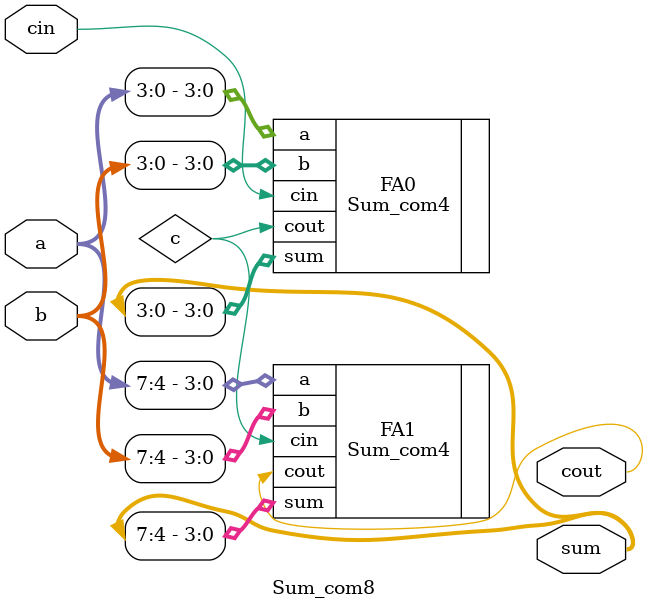
<source format=v>
`timescale 1ns / 1ns

module Sum_com8(

input [7:0] a,
input [7:0] b,
input cin,    
output [7:0] sum,
output cout
);

wire c;

Sum_com4 FA0 (.a(a[3:0]), .b(b[3:0]),.cin(cin) ,.sum(sum[3:0]), .cout(c));

Sum_com4 FA1 (.a(a[7:4]), .b(b[7:4]), .cin(c), .sum(sum[7:4]), .cout(cout));

endmodule

</source>
